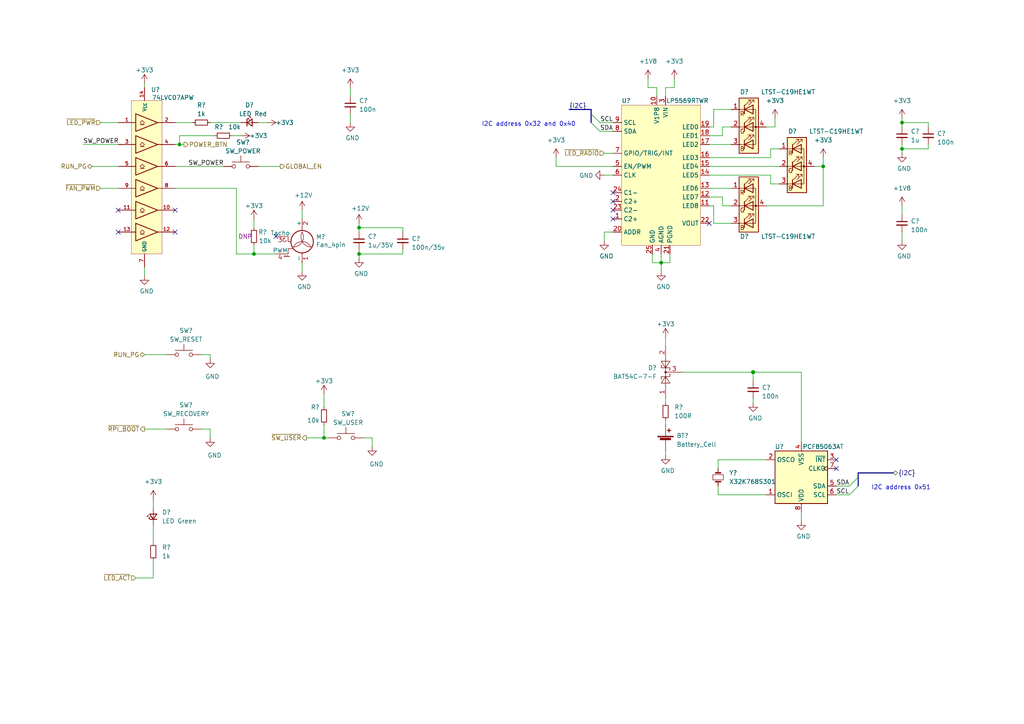
<source format=kicad_sch>
(kicad_sch (version 20201015) (generator eeschema)
  (paper "A4")
  (lib_symbols
    (symbol "Device:Battery_Cell" (pin_numbers hide) (pin_names (offset 0) hide)
      (property "Reference" "BT" (at 2.54 2.54 0))
      (property "Value" "Battery_Cell" (at 2.54 0 0))
      (symbol "Battery_Cell_0_1"
        (rectangle (start -2.286 1.778) (end 2.286 1.524) (fill (type outline)))
        (rectangle (start -1.5748 1.1938) (end 1.4732 0.6858) (fill (type outline)))
        (polyline (pts (xy 0 0.762) (xy 0 0)))
        (polyline (pts (xy 0 1.778) (xy 0 2.54)))
        (polyline (pts (xy 0.508 3.429) (xy 1.524 3.429)) (stroke (width 0.254)))
        (polyline (pts (xy 1.016 3.937) (xy 1.016 2.921)) (stroke (width 0.254)))
      )
      (symbol "Battery_Cell_1_1"
        (pin passive line (at 0 5.08 270) (length 2.54) (name "+") (number "1"))
        (pin passive line (at 0 -2.54 90) (length 2.54) (name "-") (number "2"))
      )
    )
    (symbol "Device:C_Small" (pin_numbers hide) (pin_names (offset 0.254) hide)
      (property "Reference" "C" (at 0.254 1.778 0))
      (property "Value" "C_Small" (at 0.254 -2.032 0))
      (symbol "C_Small_0_1"
        (polyline (pts (xy -1.524 -0.508) (xy 1.524 -0.508)) (stroke (width 0.3302)))
        (polyline (pts (xy -1.524 0.508) (xy 1.524 0.508)) (stroke (width 0.3048)))
      )
      (symbol "C_Small_1_1"
        (pin passive line (at 0 2.54 270) (length 2.032) (name "~") (number "1"))
        (pin passive line (at 0 -2.54 90) (length 2.032) (name "~") (number "2"))
      )
    )
    (symbol "Device:Crystal_Small" (pin_numbers hide) (pin_names (offset 1.016) hide)
      (property "Reference" "Y" (at 0 2.54 0))
      (property "Value" "Crystal_Small" (at 0 -2.54 0))
      (symbol "Crystal_Small_0_1"
        (rectangle (start -0.762 -1.524) (end 0.762 1.524))
        (polyline (pts (xy -1.27 -0.762) (xy -1.27 0.762)) (stroke (width 0.381)))
        (polyline (pts (xy 1.27 -0.762) (xy 1.27 0.762)) (stroke (width 0.381)))
      )
      (symbol "Crystal_Small_1_1"
        (pin passive line (at -2.54 0 0) (length 1.27) (name "1") (number "1"))
        (pin passive line (at 2.54 0 180) (length 1.27) (name "2") (number "2"))
      )
    )
    (symbol "Device:LED_RGBA" (pin_names (offset 0) hide)
      (property "Reference" "D" (at 0 9.398 0))
      (property "Value" "LED_RGBA" (at 0 -8.89 0))
      (symbol "LED_RGBA_0_0"
        (text "B" (at -1.905 -6.35 0) (effects (font (size 1.27 1.27))))
        (text "G" (at -1.905 -1.27 0) (effects (font (size 1.27 1.27))))
        (text "R" (at -1.905 3.81 0) (effects (font (size 1.27 1.27))))
      )
      (symbol "LED_RGBA_0_1"
        (circle (center 2.032 0) (radius 0.254) (fill (type outline)))
        (rectangle (start 1.27 -1.27) (end 1.27 1.27))
        (rectangle (start 1.27 1.27) (end 1.27 1.27))
        (rectangle (start 1.27 3.81) (end 1.27 6.35))
        (rectangle (start 1.27 6.35) (end 1.27 6.35))
        (rectangle (start 2.794 8.382) (end -2.794 -7.62) (stroke (width 0.254)) (fill (type background)))
        (polyline (pts (xy -1.27 -5.08) (xy -2.54 -5.08)))
        (polyline (pts (xy -1.27 -5.08) (xy 1.27 -5.08)))
        (polyline (pts (xy -1.27 -3.81) (xy -1.27 -6.35)) (stroke (width 0.254)))
        (polyline (pts (xy -1.27 0) (xy -2.54 0)))
        (polyline (pts (xy -1.27 1.27) (xy -1.27 -1.27)) (stroke (width 0.254)))
        (polyline (pts (xy -1.27 5.08) (xy -2.54 5.08)))
        (polyline (pts (xy -1.27 5.08) (xy 1.27 5.08)))
        (polyline (pts (xy -1.27 6.35) (xy -1.27 3.81)) (stroke (width 0.254)))
        (polyline (pts (xy 1.27 0) (xy -1.27 0)))
        (polyline (pts (xy 1.27 0) (xy 2.54 0)))
        (polyline (pts (xy -1.27 1.27) (xy -1.27 -1.27) (xy -1.27 -1.27)))
        (polyline (pts (xy -1.27 6.35) (xy -1.27 3.81) (xy -1.27 3.81)))
        (polyline (pts (xy 1.27 -5.08) (xy 2.032 -5.08) (xy 2.032 5.08) (xy 1.27 5.08)))
        (polyline (pts (xy 1.27 -3.81) (xy 1.27 -6.35) (xy -1.27 -5.08) (xy 1.27 -3.81)) (stroke (width 0.254)))
        (polyline (pts (xy 1.27 1.27) (xy 1.27 -1.27) (xy -1.27 0) (xy 1.27 1.27)) (stroke (width 0.254)))
        (polyline (pts (xy 1.27 6.35) (xy 1.27 3.81) (xy -1.27 5.08) (xy 1.27 6.35)) (stroke (width 0.254)))
        (polyline (pts (xy -1.016 -3.81) (xy 0.508 -2.286) (xy -0.254 -2.286) (xy 0.508 -2.286) (xy 0.508 -3.048)))
        (polyline (pts (xy -1.016 1.27) (xy 0.508 2.794) (xy -0.254 2.794) (xy 0.508 2.794) (xy 0.508 2.032)))
        (polyline (pts (xy -1.016 6.35) (xy 0.508 7.874) (xy -0.254 7.874) (xy 0.508 7.874) (xy 0.508 7.112)))
        (polyline (pts (xy 0 -3.81) (xy 1.524 -2.286) (xy 0.762 -2.286) (xy 1.524 -2.286) (xy 1.524 -3.048)))
        (polyline (pts (xy 0 1.27) (xy 1.524 2.794) (xy 0.762 2.794) (xy 1.524 2.794) (xy 1.524 2.032)))
        (polyline (pts (xy 0 6.35) (xy 1.524 7.874) (xy 0.762 7.874) (xy 1.524 7.874) (xy 1.524 7.112)))
      )
      (symbol "LED_RGBA_1_1"
        (pin passive line (at -5.08 5.08 0) (length 2.54) (name "RK") (number "1"))
        (pin passive line (at -5.08 0 0) (length 2.54) (name "GK") (number "2"))
        (pin passive line (at -5.08 -5.08 0) (length 2.54) (name "BK") (number "3"))
        (pin passive line (at 5.08 0 180) (length 2.54) (name "A") (number "4"))
      )
    )
    (symbol "Device:LED_Small" (pin_numbers hide) (pin_names (offset 0.254) hide)
      (property "Reference" "D" (at -1.27 3.175 0))
      (property "Value" "LED_Small" (at -4.445 -2.54 0))
      (symbol "LED_Small_0_1"
        (polyline (pts (xy -0.762 -1.016) (xy -0.762 1.016)) (stroke (width 0.254)))
        (polyline (pts (xy 1.016 0) (xy -0.762 0)))
        (polyline (pts (xy 0.762 -1.016) (xy -0.762 0) (xy 0.762 1.016) (xy 0.762 -1.016)) (stroke (width 0.254)))
        (polyline (pts (xy 0 0.762) (xy -0.508 1.27) (xy -0.254 1.27) (xy -0.508 1.27) (xy -0.508 1.016)))
        (polyline (pts (xy 0.508 1.27) (xy 0 1.778) (xy 0.254 1.778) (xy 0 1.778) (xy 0 1.524)))
      )
      (symbol "LED_Small_1_1"
        (pin passive line (at -2.54 0 0) (length 1.778) (name "K") (number "1"))
        (pin passive line (at 2.54 0 180) (length 1.778) (name "A") (number "2"))
      )
    )
    (symbol "Device:R_Small" (pin_numbers hide) (pin_names (offset 0.254) hide)
      (property "Reference" "R" (at 0.762 0.508 0))
      (property "Value" "R_Small" (at 0.762 -1.016 0))
      (symbol "R_Small_0_1"
        (rectangle (start -0.762 1.778) (end 0.762 -1.778) (stroke (width 0.2032)))
      )
      (symbol "R_Small_1_1"
        (pin passive line (at 0 2.54 270) (length 0.762) (name "~") (number "1"))
        (pin passive line (at 0 -2.54 90) (length 0.762) (name "~") (number "2"))
      )
    )
    (symbol "Diode:BAT54C" (pin_names (offset 1.016))
      (property "Reference" "D" (at 0.635 -3.81 0))
      (property "Value" "BAT54C" (at -6.35 3.175 0))
      (symbol "BAT54C_0_1"
        (circle (center 0 0) (radius 0.254) (fill (type outline)))
        (polyline (pts (xy -1.905 0) (xy 1.905 0)))
        (polyline (pts (xy -1.905 1.27) (xy -1.905 1.016)))
        (polyline (pts (xy -1.27 -1.27) (xy -0.635 -1.27)))
        (polyline (pts (xy -1.27 0) (xy -3.81 0)))
        (polyline (pts (xy -1.27 1.27) (xy -1.905 1.27)))
        (polyline (pts (xy -1.27 1.27) (xy -1.27 -1.27)))
        (polyline (pts (xy -0.635 -1.27) (xy -0.635 -1.016)))
        (polyline (pts (xy 0.635 -1.27) (xy 0.635 -1.016)))
        (polyline (pts (xy 1.27 -1.27) (xy 0.635 -1.27)))
        (polyline (pts (xy 1.27 1.27) (xy 1.27 -1.27)))
        (polyline (pts (xy 1.27 1.27) (xy 1.905 1.27)))
        (polyline (pts (xy 1.905 1.27) (xy 1.905 1.016)))
        (polyline (pts (xy 3.81 0) (xy 1.27 0)))
        (polyline (pts (xy -3.175 -1.27) (xy -3.175 1.27) (xy -1.27 0) (xy -3.175 -1.27)))
        (polyline (pts (xy 3.175 -1.27) (xy 3.175 1.27) (xy 1.27 0) (xy 3.175 -1.27)))
      )
      (symbol "BAT54C_1_1"
        (pin passive line (at -7.62 0 0) (length 3.81) (name "~") (number "1"))
        (pin passive line (at 7.62 0 180) (length 3.81) (name "~") (number "2"))
        (pin passive line (at 0 -5.08 90) (length 5.08) (name "~") (number "3"))
      )
    )
    (symbol "LightBlue:74LVC07A"
      (property "Reference" "U" (at 3.81 -24.13 0))
      (property "Value" "74LVC07A" (at -7.62 -24.13 0))
      (symbol "74LVC07A_0_1"
        (rectangle (start -3.81 21.59) (end 5.08 -22.86) (stroke (width 0.001)) (fill (type background)))
        (polyline (pts (xy -1.27 14.605) (xy 0 14.605)))
        (polyline (pts (xy -2.54 17.78) (xy -2.54 12.7) (xy 3.81 15.24) (xy -2.54 17.78)) (stroke (width 0.254)))
        (polyline (pts (xy -0.635 15.875) (xy -1.27 15.24) (xy -0.635 14.605) (xy 0 15.24) (xy -0.635 15.875)))
        (polyline (pts (xy -1.27 8.255) (xy 0 8.255)))
        (polyline (pts (xy -0.635 9.525) (xy -1.27 8.89) (xy -0.635 8.255) (xy 0 8.89) (xy -0.635 9.525)))
        (polyline (pts (xy -2.54 11.43) (xy -2.54 6.35) (xy 3.81 8.89) (xy -2.54 11.43)) (stroke (width 0.254)))
        (polyline (pts (xy -2.54 5.08) (xy -2.54 0) (xy 3.81 2.54) (xy -2.54 5.08)) (stroke (width 0.254)))
        (polyline (pts (xy -1.27 1.905) (xy 0 1.905)))
        (polyline (pts (xy -0.635 3.175) (xy -1.27 2.54) (xy -0.635 1.905) (xy 0 2.54) (xy -0.635 3.175)))
        (polyline (pts (xy -1.27 -4.445) (xy 0 -4.445)))
        (polyline (pts (xy -2.54 -1.27) (xy -2.54 -6.35) (xy 3.81 -3.81) (xy -2.54 -1.27)) (stroke (width 0.254)))
        (polyline (pts (xy -0.635 -3.175) (xy -1.27 -3.81) (xy -0.635 -4.445) (xy 0 -3.81) (xy -0.635 -3.175)))
        (polyline (pts (xy -1.27 -10.795) (xy 0 -10.795)))
        (polyline (pts (xy -0.635 -9.525) (xy -1.27 -10.16) (xy -0.635 -10.795) (xy 0 -10.16) (xy -0.635 -9.525)))
        (polyline (pts (xy -2.54 -7.62) (xy -2.54 -12.7) (xy 3.81 -10.16) (xy -2.54 -7.62)) (stroke (width 0.254)))
        (polyline (pts (xy -1.27 -17.145) (xy 0 -17.145)))
        (polyline (pts (xy -2.54 -13.97) (xy -2.54 -19.05) (xy 3.81 -16.51) (xy -2.54 -13.97)) (stroke (width 0.254)))
        (polyline (pts (xy -0.635 -15.875) (xy -1.27 -16.51) (xy -0.635 -17.145) (xy 0 -16.51) (xy -0.635 -15.875)))
      )
      (symbol "74LVC07A_1_1"
        (pin input line (at -7.62 15.24 0) (length 5) (name "~") (number "1"))
        (pin open_collector line (at 8.89 15.24 180) (length 5) (name "~") (number "2"))
        (pin input line (at -7.62 8.89 0) (length 5) (name "~") (number "3"))
        (pin open_collector line (at 8.89 8.89 180) (length 5) (name "~") (number "4"))
        (pin open_collector line (at 8.89 2.54 180) (length 5) (name "~") (number "6"))
        (pin input line (at -7.62 2.54 0) (length 5) (name "~") (number "5"))
        (pin input line (at -7.62 -3.81 0) (length 5) (name "~") (number "9"))
        (pin open_collector line (at 8.89 -3.81 180) (length 5) (name "~") (number "8"))
        (pin input line (at -7.62 -10.16 0) (length 5) (name "~") (number "11"))
        (pin open_collector line (at 8.89 -10.16 180) (length 5) (name "~") (number "10"))
        (pin open_collector line (at 8.89 -16.51 180) (length 5) (name "~") (number "12"))
        (pin input line (at -7.62 -16.51 0) (length 5) (name "~") (number "13"))
        (pin power_in line (at 0 25.4 270) (length 3.81) (name "V_{CC}") (number "14"))
        (pin power_in line (at 0 -26.67 90) (length 3.81) (name "GND") (number "7"))
      )
    )
    (symbol "LightBlue:LP5569"
      (property "Reference" "U" (at -10.16 21.59 0))
      (property "Value" "LP5569" (at 7.62 21.59 0))
      (symbol "LP5569_0_1"
        (rectangle (start -11.43 20.32) (end 11.43 -20.32) (stroke (width 0.0006)) (fill (type background)))
      )
      (symbol "LP5569_1_1"
        (pin input line (at -2.54 -22.86 90) (length 2.54) (name "GND") (number "25"))
        (pin bidirectional line (at -13.97 12.7 0) (length 2.54) (name "SDA") (number "8"))
        (pin input line (at -13.97 15.24 0) (length 2.54) (name "SCL") (number "9"))
        (pin input line (at -13.97 -12.7 0) (length 2.54) (name "C2+") (number "1"))
        (pin input line (at -13.97 -16.51 0) (length 2.54) (name "ADDR") (number "20"))
        (pin output line (at 13.97 11.43 180) (length 2.54) (name "LED1") (number "18"))
        (pin output line (at 13.97 8.89 180) (length 2.54) (name "LED2") (number "17"))
        (pin output line (at 13.97 5.08 180) (length 2.54) (name "LED3") (number "16"))
        (pin input line (at 1.27 22.86 270) (length 2.54) (name "VIN") (number "3"))
        (pin input line (at -13.97 0 0) (length 2.54) (name "CLK") (number "6"))
        (pin output line (at 13.97 2.54 180) (length 2.54) (name "LED4") (number "15"))
        (pin output line (at 13.97 -3.81 180) (length 2.54) (name "LED6") (number "13"))
        (pin output line (at 13.97 0 180) (length 2.54) (name "LED5") (number "14"))
        (pin output line (at 13.97 -6.35 180) (length 2.54) (name "LED7") (number "12"))
        (pin output line (at 13.97 -8.89 180) (length 2.54) (name "LED8") (number "11"))
        (pin output line (at 13.97 13.97 180) (length 2.54) (name "LED0") (number "19"))
        (pin input line (at 0 -22.86 90) (length 2.54) (name "AGND") (number "4"))
        (pin input line (at 2.54 -22.86 90) (length 2.54) (name "PGND") (number "21"))
        (pin input line (at -13.97 -10.16 0) (length 2.54) (name "C2-") (number "23"))
        (pin input line (at -13.97 -7.62 0) (length 2.54) (name "C2+") (number "2"))
        (pin input line (at -13.97 -5.08 0) (length 2.54) (name "C1-") (number "24"))
        (pin input line (at -13.97 2.54 0) (length 2.54) (name "EN/PWM") (number "5"))
        (pin input line (at -13.97 6.35 0) (length 2.54) (name "GPIO/TRIG/INT") (number "7"))
        (pin input line (at -1.27 22.86 270) (length 2.54) (name "V1P8") (number "10"))
        (pin output line (at 13.97 -13.97 180) (length 2.54) (name "VOUT") (number "22"))
      )
    )
    (symbol "Motor:Fan_4pin" (pin_names (offset 0))
      (property "Reference" "M" (at 2.54 5.08 0))
      (property "Value" "Fan_4pin" (at 2.54 -2.54 0))
      (symbol "Fan_4pin_0_0"
        (arc (start -5.588 1.524) (end -5.08 2.032) (radius (at -5.08 1.524) (length 0.508) (angles 180 90)))
        (arc (start -5.588 1.524) (end -4.572 1.524) (radius (at -5.08 1.524) (length 0.508) (angles -179.9 -0.1)))
        (polyline (pts (xy -5.08 2.032) (xy -5.334 2.159)))
        (polyline (pts (xy -5.08 2.032) (xy -5.207 1.778)))
        (polyline (pts (xy -4.064 2.54) (xy -4.064 1.016) (xy -3.302 1.016)))
      )
      (symbol "Fan_4pin_0_1"
        (arc (start 0 3.81) (end -2.54 -0.508) (radius (at -2.4892 2.3876) (length 2.8702) (angles 29.7 -91)))
        (arc (start -2.54 -0.508) (end 2.54 -0.508) (radius (at 0 -1.778) (length 2.8448) (angles 153.4 26.6)))
        (arc (start 2.54 -0.508) (end 0 3.81) (radius (at 2.6162 2.413) (length 2.921) (angles -91.5 151.9)))
        (circle (center 0 1.016) (radius 3.2512) (stroke (width 0.254)))
        (polyline (pts (xy -4.064 2.54) (xy -5.08 2.54)))
        (polyline (pts (xy 0 -5.08) (xy 0 -4.572)))
        (polyline (pts (xy 0 -2.2352) (xy 0 -2.6416)))
        (polyline (pts (xy 0 4.2672) (xy 0 4.6228)))
        (polyline (pts (xy 0 4.572) (xy 0 5.08)))
        (polyline (pts (xy -2.54 -1.016) (xy -4.064 -1.016) (xy -4.064 -2.54) (xy -5.08 -2.54)))
        (polyline (pts (xy -5.334 -3.302) (xy -5.08 -3.302) (xy -5.08 -3.048) (xy -4.826 -3.048) (xy -4.826 -3.302) (xy -4.318 -3.302) (xy -4.318 -3.048) (xy -4.064 -3.048) (xy -4.064 -3.302) (xy -3.556 -3.302)))
      )
      (symbol "Fan_4pin_1_1"
        (pin passive line (at 0 -5.08 90) (length 2.54) (name "-") (number "1"))
        (pin passive line (at 0 7.62 270) (length 2.54) (name "+") (number "2"))
        (pin passive line (at -7.62 2.54 0) (length 2.54) (name "Tacho") (number "3"))
        (pin input line (at -7.62 -2.54 0) (length 2.54) (name "PWM") (number "4"))
      )
    )
    (symbol "Switch:SW_Push" (pin_numbers hide) (pin_names (offset 1.016) hide)
      (property "Reference" "SW" (at 1.27 2.54 0))
      (property "Value" "SW_Push" (at 0 -1.524 0))
      (symbol "SW_Push_0_1"
        (circle (center -2.032 0) (radius 0.508))
        (circle (center 2.032 0) (radius 0.508))
        (polyline (pts (xy 0 1.27) (xy 0 3.048)))
        (polyline (pts (xy 2.54 1.27) (xy -2.54 1.27)))
        (pin passive line (at -5.08 0 0) (length 2.54) (name "1") (number "1"))
        (pin passive line (at 5.08 0 180) (length 2.54) (name "2") (number "2"))
      )
    )
    (symbol "Timer_RTC:PCF8563T"
      (property "Reference" "U" (at -7.62 8.89 0))
      (property "Value" "PCF8563T" (at 2.54 8.89 0))
      (symbol "PCF8563T_0_1"
        (rectangle (start -7.62 7.62) (end 7.62 -7.62) (stroke (width 0.254)) (fill (type background)))
      )
      (symbol "PCF8563T_1_1"
        (pin input line (at -10.16 5.08 0) (length 2.54) (name "OSCI") (number "1"))
        (pin output line (at -10.16 -5.08 0) (length 2.54) (name "OSCO") (number "2"))
        (pin output line (at 10.16 -5.08 180) (length 2.54) (name "~INT~") (number "3"))
        (pin power_in line (at 0 -10.16 90) (length 2.54) (name "VSS") (number "4"))
        (pin bidirectional line (at 10.16 2.54 180) (length 2.54) (name "SDA") (number "5"))
        (pin input line (at 10.16 5.08 180) (length 2.54) (name "SCL") (number "6"))
        (pin output clock (at 10.16 -2.54 180) (length 2.54) (name "CLKO") (number "7"))
        (pin power_in line (at 0 10.16 270) (length 2.54) (name "VDD") (number "8"))
      )
    )
    (symbol "power:+12V" (power) (pin_names (offset 0))
      (property "Value" "+12V" (at 0 3.556 0))
      (symbol "+12V_0_1"
        (polyline (pts (xy -0.762 1.27) (xy 0 2.54)))
        (polyline (pts (xy 0 0) (xy 0 2.54)))
        (polyline (pts (xy 0 2.54) (xy 0.762 1.27)))
      )
      (symbol "+12V_1_1"
        (pin power_in line (at 0 0 90) (length 0) hide (name "+12V") (number "1"))
      )
    )
    (symbol "power:+1V8" (power) (pin_names (offset 0))
      (property "Value" "+1V8" (at 0 3.556 0))
      (symbol "+1V8_0_1"
        (polyline (pts (xy -0.762 1.27) (xy 0 2.54)))
        (polyline (pts (xy 0 0) (xy 0 2.54)))
        (polyline (pts (xy 0 2.54) (xy 0.762 1.27)))
      )
      (symbol "+1V8_1_1"
        (pin power_in line (at 0 0 90) (length 0) hide (name "+1V8") (number "1"))
      )
    )
    (symbol "power:+3V3" (power) (pin_names (offset 0))
      (property "Value" "+3V3" (at 0 3.556 0))
      (symbol "+3V3_0_1"
        (polyline (pts (xy -0.762 1.27) (xy 0 2.54)))
        (polyline (pts (xy 0 0) (xy 0 2.54)))
        (polyline (pts (xy 0 2.54) (xy 0.762 1.27)))
      )
      (symbol "+3V3_1_1"
        (pin power_in line (at 0 0 90) (length 0) hide (name "+3V3") (number "1"))
      )
    )
    (symbol "power:GND" (power) (pin_names (offset 0))
      (property "Value" "GND" (at 0 -3.81 0))
      (symbol "GND_0_1"
        (polyline (pts (xy 0 0) (xy 0 -1.27) (xy 1.27 -1.27) (xy 0 -2.54) (xy -1.27 -1.27) (xy 0 -1.27)))
      )
      (symbol "GND_1_1"
        (pin power_in line (at 0 0 270) (length 0) hide (name "GND") (number "1"))
      )
    )
  )
  (junction (at 52.07 41.91) (diameter 0.9144))
  (junction (at 73.66 73.66) (diameter 0.9144))
  (junction (at 93.98 127) (diameter 0.9144))
  (junction (at 104.14 66.04) (diameter 0.9144))
  (junction (at 104.14 73.66) (diameter 0.9144))
  (junction (at 191.77 76.2) (diameter 0.9144))
  (junction (at 218.44 107.95) (diameter 1.016))
  (junction (at 238.76 48.26) (diameter 0.9144))
  (junction (at 261.62 35.56) (diameter 0.9144))
  (junction (at 261.62 43.18) (diameter 0.9144))
  (no_connect (at 34.29 60.96))
  (no_connect (at 34.29 67.31))
  (no_connect (at 50.8 60.96))
  (no_connect (at 50.8 67.31))
  (no_connect (at 80.01 68.58))
  (no_connect (at 177.8 55.88))
  (no_connect (at 177.8 58.42))
  (no_connect (at 177.8 60.96))
  (no_connect (at 177.8 63.5))
  (no_connect (at 205.74 64.77))
  (no_connect (at 242.57 133.35))
  (no_connect (at 242.57 135.89))
  (bus_entry (at 171.45 33.02) (size 2.54 2.54) (stroke (width 0.1524)))
  (bus_entry (at 171.45 35.56) (size 2.54 2.54) (stroke (width 0.1524)))
  (bus_entry (at 248.92 138.43) (size -2.54 2.54) (stroke (width 0.1524)))
  (bus_entry (at 248.92 140.97) (size -2.54 2.54) (stroke (width 0.1524)))
  (wire (pts (xy 24.13 41.91) (xy 34.29 41.91)))
  (wire (pts (xy 26.67 48.26) (xy 34.29 48.26)))
  (wire (pts (xy 29.21 35.56) (xy 34.29 35.56)))
  (wire (pts (xy 29.21 54.61) (xy 34.29 54.61)))
  (wire (pts (xy 39.37 167.64) (xy 44.45 167.64)))
  (wire (pts (xy 41.91 24.13) (xy 41.91 25.4)))
  (wire (pts (xy 41.91 77.47) (xy 41.91 80.01)))
  (wire (pts (xy 41.91 102.87) (xy 48.26 102.87)))
  (wire (pts (xy 41.91 124.46) (xy 48.26 124.46)))
  (wire (pts (xy 44.45 144.78) (xy 44.45 147.32)))
  (wire (pts (xy 44.45 152.4) (xy 44.45 157.48)))
  (wire (pts (xy 44.45 162.56) (xy 44.45 167.64)))
  (wire (pts (xy 50.8 41.91) (xy 52.07 41.91)))
  (wire (pts (xy 50.8 48.26) (xy 64.77 48.26)))
  (wire (pts (xy 50.8 54.61) (xy 68.58 54.61)))
  (wire (pts (xy 52.07 39.37) (xy 52.07 41.91)))
  (wire (pts (xy 52.07 41.91) (xy 53.34 41.91)))
  (wire (pts (xy 55.88 35.56) (xy 50.8 35.56)))
  (wire (pts (xy 58.42 124.46) (xy 60.96 124.46)))
  (wire (pts (xy 60.96 102.87) (xy 58.42 102.87)))
  (wire (pts (xy 60.96 104.14) (xy 60.96 102.87)))
  (wire (pts (xy 60.96 124.46) (xy 60.96 127)))
  (wire (pts (xy 62.23 39.37) (xy 52.07 39.37)))
  (wire (pts (xy 67.31 39.37) (xy 69.85 39.37)))
  (wire (pts (xy 68.58 54.61) (xy 68.58 73.66)))
  (wire (pts (xy 68.58 73.66) (xy 73.66 73.66)))
  (wire (pts (xy 69.85 35.56) (xy 60.96 35.56)))
  (wire (pts (xy 73.66 66.04) (xy 73.66 63.5)))
  (wire (pts (xy 73.66 71.12) (xy 73.66 73.66)))
  (wire (pts (xy 73.66 73.66) (xy 80.01 73.66)))
  (wire (pts (xy 74.93 48.26) (xy 81.28 48.26)))
  (wire (pts (xy 77.47 35.56) (xy 74.93 35.56)))
  (wire (pts (xy 87.63 60.96) (xy 87.63 63.5)))
  (wire (pts (xy 87.63 76.2) (xy 87.63 78.74)))
  (wire (pts (xy 88.9 127) (xy 93.98 127)))
  (wire (pts (xy 93.98 118.11) (xy 93.98 114.3)))
  (wire (pts (xy 93.98 123.19) (xy 93.98 127)))
  (wire (pts (xy 93.98 127) (xy 95.25 127)))
  (wire (pts (xy 101.6 25.4) (xy 101.6 27.94)))
  (wire (pts (xy 101.6 33.02) (xy 101.6 35.56)))
  (wire (pts (xy 104.14 64.77) (xy 104.14 66.04)))
  (wire (pts (xy 104.14 66.04) (xy 104.14 67.31)))
  (wire (pts (xy 104.14 66.04) (xy 116.84 66.04)))
  (wire (pts (xy 104.14 72.39) (xy 104.14 73.66)))
  (wire (pts (xy 104.14 73.66) (xy 104.14 74.93)))
  (wire (pts (xy 104.14 73.66) (xy 116.84 73.66)))
  (wire (pts (xy 105.41 127) (xy 107.95 127)))
  (wire (pts (xy 107.95 127) (xy 107.95 129.54)))
  (wire (pts (xy 116.84 67.31) (xy 116.84 66.04)))
  (wire (pts (xy 116.84 72.39) (xy 116.84 73.66)))
  (wire (pts (xy 161.29 45.72) (xy 161.29 48.26)))
  (wire (pts (xy 161.29 48.26) (xy 177.8 48.26)))
  (wire (pts (xy 175.26 44.45) (xy 177.8 44.45)))
  (wire (pts (xy 175.26 50.8) (xy 177.8 50.8)))
  (wire (pts (xy 175.26 67.31) (xy 177.8 67.31)))
  (wire (pts (xy 175.26 69.85) (xy 175.26 67.31)))
  (wire (pts (xy 177.8 35.56) (xy 173.99 35.56)))
  (wire (pts (xy 177.8 38.1) (xy 173.99 38.1)))
  (wire (pts (xy 187.96 22.86) (xy 187.96 25.4)))
  (wire (pts (xy 187.96 25.4) (xy 190.5 25.4)))
  (wire (pts (xy 189.23 73.66) (xy 189.23 76.2)))
  (wire (pts (xy 189.23 76.2) (xy 191.77 76.2)))
  (wire (pts (xy 190.5 25.4) (xy 190.5 27.94)))
  (wire (pts (xy 191.77 73.66) (xy 191.77 76.2)))
  (wire (pts (xy 191.77 76.2) (xy 191.77 78.74)))
  (wire (pts (xy 191.77 76.2) (xy 194.31 76.2)))
  (wire (pts (xy 193.04 25.4) (xy 193.04 27.94)))
  (wire (pts (xy 193.04 97.79) (xy 193.04 100.33)))
  (wire (pts (xy 193.04 115.57) (xy 193.04 116.84)))
  (wire (pts (xy 193.04 121.92) (xy 193.04 123.19)))
  (wire (pts (xy 193.04 130.81) (xy 193.04 132.08)))
  (wire (pts (xy 194.31 76.2) (xy 194.31 73.66)))
  (wire (pts (xy 195.58 22.86) (xy 195.58 25.4)))
  (wire (pts (xy 195.58 25.4) (xy 193.04 25.4)))
  (wire (pts (xy 198.12 107.95) (xy 218.44 107.95)))
  (wire (pts (xy 205.74 36.83) (xy 207.01 36.83)))
  (wire (pts (xy 205.74 39.37) (xy 209.55 39.37)))
  (wire (pts (xy 205.74 41.91) (xy 212.09 41.91)))
  (wire (pts (xy 205.74 45.72) (xy 223.52 45.72)))
  (wire (pts (xy 205.74 48.26) (xy 226.06 48.26)))
  (wire (pts (xy 205.74 50.8) (xy 223.52 50.8)))
  (wire (pts (xy 205.74 54.61) (xy 212.09 54.61)))
  (wire (pts (xy 205.74 57.15) (xy 209.55 57.15)))
  (wire (pts (xy 205.74 59.69) (xy 207.01 59.69)))
  (wire (pts (xy 207.01 31.75) (xy 212.09 31.75)))
  (wire (pts (xy 207.01 36.83) (xy 207.01 31.75)))
  (wire (pts (xy 207.01 59.69) (xy 207.01 64.77)))
  (wire (pts (xy 207.01 64.77) (xy 212.09 64.77)))
  (wire (pts (xy 208.28 133.35) (xy 208.28 135.89)))
  (wire (pts (xy 208.28 140.97) (xy 208.28 143.51)))
  (wire (pts (xy 208.28 143.51) (xy 222.25 143.51)))
  (wire (pts (xy 209.55 36.83) (xy 212.09 36.83)))
  (wire (pts (xy 209.55 39.37) (xy 209.55 36.83)))
  (wire (pts (xy 209.55 57.15) (xy 209.55 59.69)))
  (wire (pts (xy 209.55 59.69) (xy 212.09 59.69)))
  (wire (pts (xy 218.44 107.95) (xy 218.44 110.49)))
  (wire (pts (xy 218.44 107.95) (xy 232.41 107.95)))
  (wire (pts (xy 218.44 115.57) (xy 218.44 116.84)))
  (wire (pts (xy 222.25 36.83) (xy 224.79 36.83)))
  (wire (pts (xy 222.25 59.69) (xy 238.76 59.69)))
  (wire (pts (xy 222.25 133.35) (xy 208.28 133.35)))
  (wire (pts (xy 223.52 43.18) (xy 226.06 43.18)))
  (wire (pts (xy 223.52 45.72) (xy 223.52 43.18)))
  (wire (pts (xy 223.52 50.8) (xy 223.52 53.34)))
  (wire (pts (xy 223.52 53.34) (xy 226.06 53.34)))
  (wire (pts (xy 224.79 34.29) (xy 224.79 36.83)))
  (wire (pts (xy 232.41 107.95) (xy 232.41 128.27)))
  (wire (pts (xy 232.41 148.59) (xy 232.41 151.13)))
  (wire (pts (xy 236.22 48.26) (xy 238.76 48.26)))
  (wire (pts (xy 238.76 48.26) (xy 238.76 45.72)))
  (wire (pts (xy 238.76 59.69) (xy 238.76 48.26)))
  (wire (pts (xy 242.57 140.97) (xy 246.38 140.97)))
  (wire (pts (xy 242.57 143.51) (xy 246.38 143.51)))
  (wire (pts (xy 261.62 34.29) (xy 261.62 35.56)))
  (wire (pts (xy 261.62 35.56) (xy 261.62 36.83)))
  (wire (pts (xy 261.62 41.91) (xy 261.62 43.18)))
  (wire (pts (xy 261.62 43.18) (xy 261.62 44.45)))
  (wire (pts (xy 261.62 43.18) (xy 269.24 43.18)))
  (wire (pts (xy 261.62 59.69) (xy 261.62 62.23)))
  (wire (pts (xy 261.62 67.31) (xy 261.62 69.85)))
  (wire (pts (xy 269.24 35.56) (xy 261.62 35.56)))
  (wire (pts (xy 269.24 36.83) (xy 269.24 35.56)))
  (wire (pts (xy 269.24 41.91) (xy 269.24 43.18)))
  (bus (pts (xy 165.1 31.75) (xy 171.45 31.75)))
  (bus (pts (xy 171.45 31.75) (xy 171.45 33.02)))
  (bus (pts (xy 171.45 33.02) (xy 171.45 35.56)))
  (bus (pts (xy 248.92 137.16) (xy 248.92 138.43)))
  (bus (pts (xy 248.92 137.16) (xy 259.08 137.16)))
  (bus (pts (xy 248.92 138.43) (xy 248.92 140.97)))
  (text "I2C address 0x32 and 0x40" (at 139.7 36.83 0) (effects (font (size 1.27 1.27)) (justify left bottom)))
  (text "I2C address 0x51" (at 252.73 142.24 0) (effects (font (size 1.27 1.27)) (justify left bottom)))
  (label "SW_POWER" (at 24.13 41.91 0))
  (label "SW_POWER" (at 54.61 48.26 0))
  (label "{I2C}" (at 165.1 31.75 0))
  (label "SCL" (at 177.8 35.56 180))
  (label "SDA" (at 177.8 38.1 180))
  (label "SDA" (at 242.57 140.97 0))
  (label "SCL" (at 242.57 143.51 0))
  (hierarchical_label "RUN_PG" (shape bidirectional) (at 26.67 48.26 180))
  (hierarchical_label "~LED_PWR" (shape input) (at 29.21 35.56 180))
  (hierarchical_label "~FAN_PWM" (shape input) (at 29.21 54.61 180))
  (hierarchical_label "~LED_ACT" (shape input) (at 39.37 167.64 180))
  (hierarchical_label "RUN_PG" (shape bidirectional) (at 41.91 102.87 180))
  (hierarchical_label "~RPI_BOOT" (shape output) (at 41.91 124.46 180))
  (hierarchical_label "POWER_BTN" (shape output) (at 53.34 41.91 0))
  (hierarchical_label "GLOBAL_EN" (shape output) (at 81.28 48.26 0))
  (hierarchical_label "~SW_USER" (shape output) (at 88.9 127 180))
  (hierarchical_label "~LED_RADIO" (shape input) (at 175.26 44.45 180))
  (hierarchical_label "{I2C}" (shape bidirectional) (at 259.08 137.16 0))
  (symbol (lib_id "power:+3V3") (at 41.91 24.13 0) (unit 1)
    (property "Reference" "#PWR?" (effects hide))
    (property "Value" "+3V3" (at 41.91 20.32 0))
  )
  (symbol (lib_id "power:+3V3") (at 44.45 144.78 0) (unit 1)
    (property "Reference" "#PWR?" (effects hide))
    (property "Value" "+3V3" (at 44.45 139.7 0))
  )
  (symbol (lib_id "power:+3V3") (at 69.85 39.37 270) (unit 1)
    (property "Reference" "#PWR?" (effects hide))
    (property "Value" "+3V3" (at 74.93 39.37 90))
  )
  (symbol (lib_id "power:+3V3") (at 73.66 63.5 0) (unit 1)
    (property "Reference" "#PWR?" (effects hide))
    (property "Value" "+3V3" (at 73.66 59.69 0))
  )
  (symbol (lib_id "power:+3V3") (at 77.47 35.56 270) (unit 1)
    (property "Reference" "#PWR?" (effects hide))
    (property "Value" "+3V3" (at 82.55 35.56 90))
  )
  (symbol (lib_id "power:+12V") (at 87.63 60.96 0) (unit 1)
    (property "Reference" "#PWR?" (effects hide))
    (property "Value" "+12V" (at 87.9983 56.6356 0))
  )
  (symbol (lib_id "power:+3V3") (at 93.98 114.3 0) (unit 1)
    (property "Reference" "#PWR?" (effects hide))
    (property "Value" "+3V3" (at 93.98 110.49 0))
  )
  (symbol (lib_id "power:+3V3") (at 101.6 25.4 0) (unit 1)
    (property "Reference" "#PWR?" (effects hide))
    (property "Value" "+3V3" (at 101.6 20.32 0))
  )
  (symbol (lib_id "power:+12V") (at 104.14 64.77 0) (unit 1)
    (property "Reference" "#PWR?" (effects hide))
    (property "Value" "+12V" (at 104.5083 60.4456 0))
  )
  (symbol (lib_id "power:+3V3") (at 161.29 45.72 0) (unit 1)
    (property "Reference" "#PWR?" (effects hide))
    (property "Value" "+3V3" (at 161.29 40.64 0))
  )
  (symbol (lib_id "power:+1V8") (at 187.96 22.86 0) (unit 1)
    (property "Reference" "#PWR?" (effects hide))
    (property "Value" "+1V8" (at 187.96 17.78 0))
  )
  (symbol (lib_id "power:+3V3") (at 193.04 97.79 0) (unit 1)
    (property "Reference" "#PWR?" (effects hide))
    (property "Value" "+3V3" (at 193.04 93.98 0))
  )
  (symbol (lib_id "power:+3V3") (at 195.58 22.86 0) (unit 1)
    (property "Reference" "#PWR?" (effects hide))
    (property "Value" "+3V3" (at 195.58 17.78 0))
  )
  (symbol (lib_id "power:+3V3") (at 224.79 34.29 0) (unit 1)
    (property "Reference" "#PWR?" (effects hide))
    (property "Value" "+3V3" (at 224.79 29.21 0))
  )
  (symbol (lib_id "power:+3V3") (at 238.76 45.72 0) (unit 1)
    (property "Reference" "#PWR?" (effects hide))
    (property "Value" "+3V3" (at 238.76 40.64 0))
  )
  (symbol (lib_id "power:+3V3") (at 261.62 34.29 0) (unit 1)
    (property "Reference" "#PWR?" (effects hide))
    (property "Value" "+3V3" (at 261.62 29.21 0))
  )
  (symbol (lib_id "power:+1V8") (at 261.62 59.69 0) (unit 1)
    (property "Reference" "#PWR?" (effects hide))
    (property "Value" "+1V8" (at 261.62 54.61 0))
  )
  (symbol (lib_id "power:GND") (at 41.91 80.01 0) (unit 1)
    (property "Reference" "#PWR?" (effects hide))
    (property "Value" "GND" (at 42.545 84.455 0))
  )
  (symbol (lib_id "power:GND") (at 60.96 104.14 0) (unit 1)
    (property "Reference" "#PWR?" (effects hide))
    (property "Value" "GND" (at 61.595 109.22 0))
  )
  (symbol (lib_id "power:GND") (at 60.96 127 0) (unit 1)
    (property "Reference" "#PWR?" (effects hide))
    (property "Value" "GND" (at 62.23 132.08 0))
  )
  (symbol (lib_id "power:GND") (at 87.63 78.74 0) (unit 1)
    (property "Reference" "#PWR?" (effects hide))
    (property "Value" "GND" (at 88.265 83.185 0))
  )
  (symbol (lib_id "power:GND") (at 101.6 35.56 0) (unit 1)
    (property "Reference" "#PWR?" (effects hide))
    (property "Value" "GND" (at 102.235 40.005 0))
  )
  (symbol (lib_id "power:GND") (at 104.14 74.93 0) (unit 1)
    (property "Reference" "#PWR?" (effects hide))
    (property "Value" "GND" (at 104.775 79.375 0))
  )
  (symbol (lib_id "power:GND") (at 107.95 129.54 0) (unit 1)
    (property "Reference" "#PWR?" (effects hide))
    (property "Value" "GND" (at 109.22 134.62 0))
  )
  (symbol (lib_id "power:GND") (at 175.26 50.8 270) (unit 1)
    (property "Reference" "#PWR?" (effects hide))
    (property "Value" "GND" (at 172.085 50.9143 90) (effects (justify right)))
  )
  (symbol (lib_id "power:GND") (at 175.26 69.85 0) (unit 1)
    (property "Reference" "#PWR?" (effects hide))
    (property "Value" "GND" (at 175.895 74.295 0))
  )
  (symbol (lib_id "power:GND") (at 191.77 78.74 0) (unit 1)
    (property "Reference" "#PWR?" (effects hide))
    (property "Value" "GND" (at 192.405 83.185 0))
  )
  (symbol (lib_id "power:GND") (at 193.04 132.08 0) (unit 1)
    (property "Reference" "#PWR?" (effects hide))
    (property "Value" "GND" (at 193.675 136.525 0))
  )
  (symbol (lib_id "power:GND") (at 218.44 116.84 0) (unit 1)
    (property "Reference" "#PWR?" (effects hide))
    (property "Value" "GND" (at 219.075 121.285 0))
  )
  (symbol (lib_id "power:GND") (at 232.41 151.13 0) (unit 1)
    (property "Reference" "#PWR?" (effects hide))
    (property "Value" "GND" (at 233.045 155.575 0))
  )
  (symbol (lib_id "power:GND") (at 261.62 44.45 0) (unit 1)
    (property "Reference" "#PWR?" (effects hide))
    (property "Value" "GND" (at 262.255 48.895 0))
  )
  (symbol (lib_id "power:GND") (at 261.62 69.85 0) (unit 1)
    (property "Reference" "#PWR?" (effects hide))
    (property "Value" "GND" (at 262.255 74.295 0))
  )
  (symbol (lib_id "Device:R_Small") (at 44.45 160.02 0) (unit 1)
    (property "Reference" "R?" (at 46.99 158.75 0) (effects (justify left)))
    (property "Value" "1k" (at 46.99 161.29 0) (effects (justify left)))
  )
  (symbol (lib_id "Device:R_Small") (at 58.42 35.56 270) (unit 1)
    (property "Reference" "R?" (at 57.15 30.48 90) (effects (justify left)))
    (property "Value" "1k" (at 57.15 33.02 90) (effects (justify left)))
  )
  (symbol (lib_id "Device:R_Small") (at 64.77 39.37 90) (unit 1)
    (property "Reference" "R?" (at 64.77 36.83 90) (effects (justify left)))
    (property "Value" "10k" (at 69.85 36.83 90) (effects (justify left)))
  )
  (symbol (lib_id "Device:R_Small") (at 73.66 68.58 180) (unit 1)
    (property "Reference" "R?" (at 77.47 67.31 0) (effects (justify left)))
    (property "Value" "10k" (at 78.74 69.85 0) (effects (justify left)))
    (property "Config" "DNP" (at 71.12 68.58 0))
  )
  (symbol (lib_id "Device:R_Small") (at 93.98 120.65 180) (unit 1)
    (property "Reference" "R?" (at 92.71 118.11 0) (effects (justify left)))
    (property "Value" "10k" (at 92.71 121.92 0) (effects (justify left)))
  )
  (symbol (lib_id "Device:R_Small") (at 193.04 119.38 0) (unit 1)
    (property "Reference" "R?" (at 195.58 118.11 0) (effects (justify left)))
    (property "Value" "100R" (at 195.58 120.65 0) (effects (justify left)))
  )
  (symbol (lib_id "Device:LED_Small") (at 44.45 149.86 90) (unit 1)
    (property "Reference" "D?" (at 46.99 148.59 90) (effects (justify right)))
    (property "Value" "LED Green" (at 46.99 151.13 90) (effects (justify right)))
    (property "Footprint" "LED_SMD:LED_0603_1608Metric" (effects hide))
    (property "Manufacturer" "Lite-On" (effects hide))
    (property "PartNumber" "LTST-C194TGKT" (effects hide))
  )
  (symbol (lib_id "Device:LED_Small") (at 72.39 35.56 0) (unit 1)
    (property "Reference" "D?" (at 73.66 30.48 0) (effects (justify right)))
    (property "Value" "LED Red" (at 77.47 33.02 0) (effects (justify right)))
    (property "Footprint" "LED_SMD:LED_0603_1608Metric" (effects hide))
    (property "Manufacturer" "Lite-On" (effects hide))
    (property "PartNumber" "LTST-C194KRKT" (effects hide))
  )
  (symbol (lib_id "Device:Crystal_Small") (at 208.28 138.43 90) (unit 1)
    (property "Reference" "Y?" (at 211.455 137.16 90) (effects (justify right)))
    (property "Value" "X32K768S301" (at 211.455 139.7 90) (effects (justify right)))
  )
  (symbol (lib_id "Device:C_Small") (at 101.6 30.48 0) (unit 1)
    (property "Reference" "C?" (at 104.14 29.21 0) (effects (justify left)))
    (property "Value" "100n" (at 104.14 31.75 0) (effects (justify left)))
  )
  (symbol (lib_id "Device:C_Small") (at 104.14 69.85 0) (unit 1)
    (property "Reference" "C?" (at 106.68 68.58 0) (effects (justify left)))
    (property "Value" "1u/35V" (at 106.68 71.12 0) (effects (justify left)))
  )
  (symbol (lib_id "Device:C_Small") (at 116.84 69.85 0) (unit 1)
    (property "Reference" "C?" (at 119.38 69.215 0) (effects (justify left)))
    (property "Value" "100n/35v" (at 119.38 71.755 0) (effects (justify left)))
  )
  (symbol (lib_id "Device:C_Small") (at 218.44 113.03 0) (unit 1)
    (property "Reference" "C?" (at 220.98 112.395 0) (effects (justify left)))
    (property "Value" "100n" (at 220.98 114.935 0) (effects (justify left)))
  )
  (symbol (lib_id "Device:C_Small") (at 261.62 39.37 0) (unit 1)
    (property "Reference" "C?" (at 264.16 38.1 0) (effects (justify left)))
    (property "Value" "1u" (at 264.16 40.64 0) (effects (justify left)))
  )
  (symbol (lib_id "Device:C_Small") (at 261.62 64.77 0) (unit 1)
    (property "Reference" "C?" (at 264.16 64.135 0) (effects (justify left)))
    (property "Value" "100n" (at 264.16 66.675 0) (effects (justify left)))
  )
  (symbol (lib_id "Device:C_Small") (at 269.24 39.37 0) (unit 1)
    (property "Reference" "C?" (at 271.78 38.735 0) (effects (justify left)))
    (property "Value" "100n" (at 271.78 41.275 0) (effects (justify left)))
  )
  (symbol (lib_id "Device:Battery_Cell") (at 193.04 128.27 0) (unit 1)
    (property "Reference" "BT?" (at 196.215 126.365 0) (effects (justify left)))
    (property "Value" "Battery_Cell" (at 196.215 128.905 0) (effects (justify left)))
    (property "Footprint" "Battery:BatteryHolder_Keystone_1060_1x2032" (effects hide))
    (property "Manufacturer" "Keystone" (effects hide))
    (property "PartNumber" "1060" (effects hide))
  )
  (symbol (lib_id "Switch:SW_Push") (at 53.34 102.87 0) (unit 1)
    (property "Reference" "SW?" (at 53.975 95.885 0))
    (property "Value" "SW_RESET" (at 53.975 98.425 0))
    (property "Footprint" "Button_Switch_THT:SW_Tactile_SPST_Angled_PTS645Vx39-2LFS" (effects hide))
    (property "Manufacturer" "C&K" (effects hide))
    (property "PartNumber" "PTS645VM39-2 LFS" (effects hide))
  )
  (symbol (lib_id "Switch:SW_Push") (at 53.34 124.46 0) (unit 1)
    (property "Reference" "SW?" (at 53.975 117.475 0))
    (property "Value" "SW_RECOVERY" (at 53.975 120.015 0))
    (property "Footprint" "Button_Switch_SMD:SW_SPST_EVQP7C" (effects hide))
    (property "Manufacturer" "Panasonic Electronic Components" (effects hide))
    (property "PartNumber" "EVQ-P7C01P" (effects hide))
  )
  (symbol (lib_id "Switch:SW_Push") (at 69.85 48.26 0) (unit 1)
    (property "Reference" "SW?" (at 70.485 41.275 0))
    (property "Value" "SW_POWER" (at 70.485 43.815 0))
    (property "Footprint" "Button_Switch_THT:SW_Tactile_SPST_Angled_PTS645Vx39-2LFS" (effects hide))
    (property "Manufacturer" "C&K" (effects hide))
    (property "PartNumber" "PTS645VM39-2 LFS" (effects hide))
  )
  (symbol (lib_id "Switch:SW_Push") (at 100.33 127 0) (unit 1)
    (property "Reference" "SW?" (at 100.965 120.015 0))
    (property "Value" "SW_USER" (at 100.965 122.555 0))
    (property "Footprint" "Button_Switch_THT:SW_Tactile_SPST_Angled_PTS645Vx39-2LFS" (effects hide))
    (property "Manufacturer" "C&K" (effects hide))
    (property "PartNumber" "PTS645VM39-2 LFS" (effects hide))
  )
  (symbol (lib_id "Diode:BAT54C") (at 193.04 107.95 90) (unit 1)
    (property "Reference" "D?" (at 190.5 106.68 90) (effects (justify left)))
    (property "Value" "BAT54C-7-F" (at 190.5 109.22 90) (effects (justify left)))
    (property "Footprint" "Package_TO_SOT_SMD:SOT-23" (effects hide))
    (property "Datasheet" "http://www.diodes.com/_files/datasheets/ds11005.pdf" (effects hide))
  )
  (symbol (lib_id "Motor:Fan_4pin") (at 87.63 71.12 0) (unit 1)
    (property "Reference" "M?" (at 91.6433 68.7006 0) (effects (justify left)))
    (property "Value" "Fan_4pin" (at 91.6433 70.9993 0) (effects (justify left)))
    (property "Footprint" "Connector:FanPinHeader_1x04_P2.54mm_Vertical" (effects hide))
    (property "Datasheet" "http://www.formfactors.org/developer%5Cspecs%5Crev1_2_public.pdf" (effects hide))
    (property "Manufacturer" "Molex" (effects hide))
    (property "PartNumber" "47053-1000" (effects hide))
  )
  (symbol (lib_id "Device:LED_RGBA") (at 217.17 36.83 0) (unit 1)
    (property "Reference" "D?" (at 215.9 26.67 0))
    (property "Value" "LTST-C19HE1WT" (at 228.6 26.67 0))
    (property "Footprint" "LED_SMD:LED_LiteOn_LTST-C19HE1WT" (effects hide))
    (property "Datasheet" "https://www.mouser.ch/datasheet/2/678/SMB-KTF0-0A306-DS100_2017-09-15-1279410.pdf" (effects hide))
    (property "Manufacturer" "Lite-On" (effects hide))
    (property "PartNumber" "C19HE1WT" (effects hide))
  )
  (symbol (lib_id "Device:LED_RGBA") (at 217.17 59.69 0) (unit 1)
    (property "Reference" "D?" (at 215.9 68.58 0))
    (property "Value" "LTST-C19HE1WT" (at 228.6 68.58 0))
    (property "Footprint" "LED_SMD:LED_LiteOn_LTST-C19HE1WT" (effects hide))
    (property "Datasheet" "https://www.mouser.ch/datasheet/2/678/SMB-KTF0-0A306-DS100_2017-09-15-1279410.pdf" (effects hide))
    (property "Manufacturer" "Lite-On" (effects hide))
    (property "PartNumber" "C19HE1WT" (effects hide))
  )
  (symbol (lib_id "Device:LED_RGBA") (at 231.14 48.26 0) (unit 1)
    (property "Reference" "D?" (at 229.87 38.1 0))
    (property "Value" "LTST-C19HE1WT" (at 242.57 38.1 0))
    (property "Footprint" "LED_SMD:LED_LiteOn_LTST-C19HE1WT" (effects hide))
    (property "Datasheet" "https://www.mouser.ch/datasheet/2/678/SMB-KTF0-0A306-DS100_2017-09-15-1279410.pdf" (effects hide))
    (property "Manufacturer" "Lite-On" (effects hide))
    (property "PartNumber" "C19HE1WT" (effects hide))
  )
  (symbol (lib_id "Timer_RTC:PCF8563T") (at 232.41 138.43 0) (mirror x) (unit 1)
    (property "Reference" "U?" (at 226.06 129.54 0))
    (property "Value" "PCF85063AT" (at 238.76 129.54 0))
    (property "Footprint" "Package_SO:SOIC-8_3.9x4.9mm_P1.27mm" (effects hide))
    (property "Datasheet" "https://assets.nexperia.com/documents/data-sheet/PCF8563.pdf" (effects hide))
  )
  (symbol (lib_id "LightBlue:74LVC07A") (at 41.91 50.8 0) (unit 1)
    (property "Reference" "U?" (at 45.085 26.0158 0))
    (property "Value" "74LVC07APW" (at 50.165 28.315 0))
    (property "Datasheet" "https://assets.nexperia.com/documents/data-sheet/74LVC07A.pdf" (effects hide))
    (property "Manufacturer" "Nexperia USA" (effects hide))
    (property "PartNumber" "74LVC07APW" (effects hide))
  )
  (symbol (lib_id "LightBlue:LP5569") (at 191.77 50.8 0) (unit 1)
    (property "Reference" "U?" (at 181.61 29.21 0))
    (property "Value" "LP5569RTWR" (at 199.39 29.21 0))
    (property "Footprint" "Package_DFN_QFN:WQFN-24-1EP_4x4mm_P0.5mm_EP2.45x2.45mm" (effects hide))
    (property "Datasheet" "https://www.ti.com/lit/ds/symlink/lp5569.pdf" (effects hide))
    (property "Manufacturer" "TI" (effects hide))
    (property "PartNumber" "LP5569RTWR" (effects hide))
  )
)
</source>
